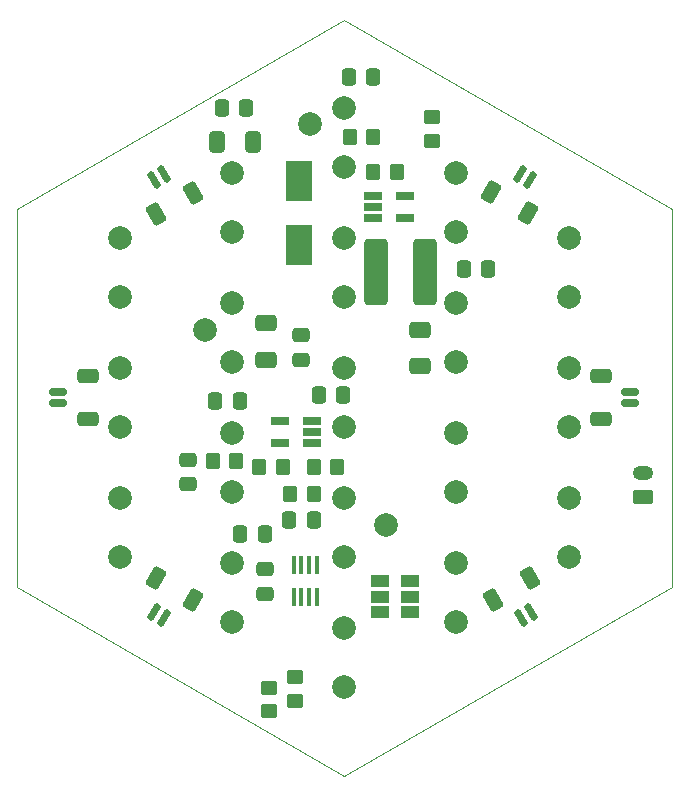
<source format=gbr>
%TF.GenerationSoftware,KiCad,Pcbnew,(6.0.4-0)*%
%TF.CreationDate,2022-05-17T22:44:27+02:00*%
%TF.ProjectId,speaker,73706561-6b65-4722-9e6b-696361645f70,rev?*%
%TF.SameCoordinates,Original*%
%TF.FileFunction,Soldermask,Bot*%
%TF.FilePolarity,Negative*%
%FSLAX46Y46*%
G04 Gerber Fmt 4.6, Leading zero omitted, Abs format (unit mm)*
G04 Created by KiCad (PCBNEW (6.0.4-0)) date 2022-05-17 22:44:27*
%MOMM*%
%LPD*%
G01*
G04 APERTURE LIST*
G04 Aperture macros list*
%AMRoundRect*
0 Rectangle with rounded corners*
0 $1 Rounding radius*
0 $2 $3 $4 $5 $6 $7 $8 $9 X,Y pos of 4 corners*
0 Add a 4 corners polygon primitive as box body*
4,1,4,$2,$3,$4,$5,$6,$7,$8,$9,$2,$3,0*
0 Add four circle primitives for the rounded corners*
1,1,$1+$1,$2,$3*
1,1,$1+$1,$4,$5*
1,1,$1+$1,$6,$7*
1,1,$1+$1,$8,$9*
0 Add four rect primitives between the rounded corners*
20,1,$1+$1,$2,$3,$4,$5,0*
20,1,$1+$1,$4,$5,$6,$7,0*
20,1,$1+$1,$6,$7,$8,$9,0*
20,1,$1+$1,$8,$9,$2,$3,0*%
G04 Aperture macros list end*
%TA.AperFunction,Profile*%
%ADD10C,0.088304*%
%TD*%
%ADD11C,2.000000*%
%ADD12RoundRect,0.150000X-0.442404X-0.466266X-0.182596X-0.616266X0.442404X0.466266X0.182596X0.616266X0*%
%ADD13RoundRect,0.250000X-0.628109X-0.387917X-0.021891X-0.737917X0.628109X0.387917X0.021891X0.737917X0*%
%ADD14RoundRect,0.250000X0.412500X0.650000X-0.412500X0.650000X-0.412500X-0.650000X0.412500X-0.650000X0*%
%ADD15RoundRect,0.250000X-0.350000X-0.450000X0.350000X-0.450000X0.350000X0.450000X-0.350000X0.450000X0*%
%ADD16R,1.500000X1.000000*%
%ADD17R,0.400000X1.560000*%
%ADD18RoundRect,0.250000X0.350000X0.450000X-0.350000X0.450000X-0.350000X-0.450000X0.350000X-0.450000X0*%
%ADD19RoundRect,0.250000X0.337500X0.475000X-0.337500X0.475000X-0.337500X-0.475000X0.337500X-0.475000X0*%
%ADD20RoundRect,0.150000X-0.182596X0.616266X-0.442404X0.466266X0.182596X-0.616266X0.442404X-0.466266X0*%
%ADD21RoundRect,0.250000X-0.021891X0.737917X-0.628109X0.387917X0.021891X-0.737917X0.628109X-0.387917X0*%
%ADD22R,1.560000X0.650000*%
%ADD23RoundRect,0.250000X0.475000X-0.337500X0.475000X0.337500X-0.475000X0.337500X-0.475000X-0.337500X0*%
%ADD24RoundRect,0.150000X0.182596X-0.616266X0.442404X-0.466266X-0.182596X0.616266X-0.442404X0.466266X0*%
%ADD25RoundRect,0.250000X0.021891X-0.737917X0.628109X-0.387917X-0.021891X0.737917X-0.628109X0.387917X0*%
%ADD26RoundRect,0.250000X0.650000X-0.412500X0.650000X0.412500X-0.650000X0.412500X-0.650000X-0.412500X0*%
%ADD27RoundRect,0.250000X-0.650000X0.412500X-0.650000X-0.412500X0.650000X-0.412500X0.650000X0.412500X0*%
%ADD28RoundRect,0.250000X-0.450000X0.350000X-0.450000X-0.350000X0.450000X-0.350000X0.450000X0.350000X0*%
%ADD29RoundRect,0.150000X0.442404X0.466266X0.182596X0.616266X-0.442404X-0.466266X-0.182596X-0.616266X0*%
%ADD30RoundRect,0.250000X0.628109X0.387917X0.021891X0.737917X-0.628109X-0.387917X-0.021891X-0.737917X0*%
%ADD31RoundRect,0.250000X0.625000X-0.350000X0.625000X0.350000X-0.625000X0.350000X-0.625000X-0.350000X0*%
%ADD32O,1.750000X1.200000*%
%ADD33RoundRect,0.250000X-0.337500X-0.475000X0.337500X-0.475000X0.337500X0.475000X-0.337500X0.475000X0*%
%ADD34RoundRect,0.300000X-0.700000X2.500000X-0.700000X-2.500000X0.700000X-2.500000X0.700000X2.500000X0*%
%ADD35R,2.300000X3.500000*%
%ADD36RoundRect,0.250000X0.450000X-0.350000X0.450000X0.350000X-0.450000X0.350000X-0.450000X-0.350000X0*%
%ADD37RoundRect,0.250000X-0.475000X0.337500X-0.475000X-0.337500X0.475000X-0.337500X0.475000X0.337500X0*%
%ADD38RoundRect,0.150000X0.625000X-0.150000X0.625000X0.150000X-0.625000X0.150000X-0.625000X-0.150000X0*%
%ADD39RoundRect,0.250000X0.650000X-0.350000X0.650000X0.350000X-0.650000X0.350000X-0.650000X-0.350000X0*%
%ADD40RoundRect,0.150000X-0.625000X0.150000X-0.625000X-0.150000X0.625000X-0.150000X0.625000X0.150000X0*%
%ADD41RoundRect,0.250000X-0.650000X0.350000X-0.650000X-0.350000X0.650000X-0.350000X0.650000X0.350000X0*%
G04 APERTURE END LIST*
D10*
X57987239Y-73149866D02*
X85700040Y-89150019D01*
X85700040Y-25149982D02*
X57987239Y-41149998D01*
X85700040Y-25149982D02*
X85700040Y-25149982D01*
X57987239Y-73149866D02*
X57987239Y-73149866D01*
X85700040Y-89150019D02*
X113412761Y-73149866D01*
X57987239Y-41149998D02*
X57987239Y-41149998D01*
X113412761Y-41149998D02*
X85700040Y-25149982D01*
X113412761Y-41149998D02*
X113412761Y-41149998D01*
X57987239Y-41149998D02*
X57987239Y-73149866D01*
X113412761Y-73149866D02*
X113412761Y-41149998D01*
X113412761Y-73149866D02*
X113412761Y-73149866D01*
D11*
%TO.C,M15*%
X95200000Y-60150000D03*
X95200000Y-65150000D03*
%TD*%
%TO.C,M6*%
X95200000Y-71150000D03*
X95200000Y-76150000D03*
%TD*%
%TO.C,M7*%
X85700000Y-76650000D03*
X85700000Y-81650000D03*
%TD*%
%TO.C,M11*%
X66700000Y-43650000D03*
X66700000Y-48650000D03*
%TD*%
%TO.C,M12*%
X76200000Y-38150000D03*
X76200000Y-43150000D03*
%TD*%
%TO.C,M9*%
X66700000Y-65650000D03*
X66700000Y-70650000D03*
%TD*%
%TO.C,M19*%
X85700000Y-54650000D03*
X85700000Y-59650000D03*
%TD*%
%TO.C,M5*%
X104700000Y-65650000D03*
X104700000Y-70650000D03*
%TD*%
%TO.C,M1*%
X85700000Y-32650000D03*
X85700000Y-37650000D03*
%TD*%
%TO.C,M14*%
X95200000Y-49150000D03*
X95200000Y-54150000D03*
%TD*%
%TO.C,M8*%
X76200000Y-71150000D03*
X76200000Y-76150000D03*
%TD*%
%TO.C,M16*%
X85700000Y-65650000D03*
X85700000Y-70650000D03*
%TD*%
%TO.C,M13*%
X85700000Y-43650000D03*
X85700000Y-48650000D03*
%TD*%
%TO.C,M4*%
X104700000Y-54650000D03*
X104700000Y-59650000D03*
%TD*%
%TO.C,M3*%
X104700000Y-43650000D03*
X104700000Y-48650000D03*
%TD*%
%TO.C,M2*%
X95200000Y-38150000D03*
X95200000Y-43150000D03*
%TD*%
%TO.C,M10*%
X66700000Y-54650000D03*
X66700000Y-59650000D03*
%TD*%
%TO.C,M17*%
X76200000Y-60150000D03*
X76200000Y-65150000D03*
%TD*%
%TO.C,M18*%
X76200000Y-49150000D03*
X76200000Y-54150000D03*
%TD*%
D12*
%TO.C,J5*%
X100554487Y-38202516D03*
X101420513Y-38702516D03*
D13*
X98166154Y-39739230D03*
X101283846Y-41539230D03*
%TD*%
D14*
%TO.C,C2*%
X78012500Y-35550000D03*
X74887500Y-35550000D03*
%TD*%
D11*
%TO.C,TP1*%
X82800000Y-33950000D03*
%TD*%
D15*
%TO.C,R2*%
X88150000Y-38050000D03*
X90150000Y-38050000D03*
%TD*%
D11*
%TO.C,TP2*%
X73950000Y-51400000D03*
%TD*%
D16*
%TO.C,JP3*%
X88750000Y-75300000D03*
X88750000Y-74000000D03*
X88750000Y-72700000D03*
%TD*%
D17*
%TO.C,U1*%
X83390000Y-74000000D03*
X82740000Y-74000000D03*
X82080000Y-74000000D03*
X81430000Y-74000000D03*
X81430000Y-71300000D03*
X82080000Y-71300000D03*
X82740000Y-71300000D03*
X83390000Y-71300000D03*
%TD*%
D18*
%TO.C,R4*%
X76550000Y-62550000D03*
X74550000Y-62550000D03*
%TD*%
D19*
%TO.C,C12*%
X76837500Y-57450000D03*
X74762500Y-57450000D03*
%TD*%
%TO.C,C3*%
X78987500Y-68700000D03*
X76912500Y-68700000D03*
%TD*%
D20*
%TO.C,J6*%
X101545513Y-75297484D03*
X100679487Y-75797484D03*
D21*
X101408846Y-72460770D03*
X98291154Y-74260770D03*
%TD*%
D22*
%TO.C,OP1*%
X83000000Y-59100000D03*
X83000000Y-60050000D03*
X83000000Y-61000000D03*
X80300000Y-61000000D03*
X80300000Y-59100000D03*
%TD*%
D23*
%TO.C,C6*%
X82000000Y-53957500D03*
X82000000Y-51882500D03*
%TD*%
D15*
%TO.C,R8*%
X81100000Y-65300000D03*
X83100000Y-65300000D03*
%TD*%
D23*
%TO.C,C9*%
X72500000Y-64487500D03*
X72500000Y-62412500D03*
%TD*%
D24*
%TO.C,J2*%
X69604487Y-38752516D03*
X70470513Y-38252516D03*
D25*
X72858846Y-39789230D03*
X69741154Y-41589230D03*
%TD*%
D16*
%TO.C,JP2*%
X91250000Y-75300000D03*
X91250000Y-74000000D03*
X91250000Y-72700000D03*
%TD*%
D18*
%TO.C,R3*%
X80500000Y-63050000D03*
X78500000Y-63050000D03*
%TD*%
D26*
%TO.C,C5*%
X79050000Y-53962500D03*
X79050000Y-50837500D03*
%TD*%
D27*
%TO.C,C1*%
X92150000Y-51387500D03*
X92150000Y-54512500D03*
%TD*%
D28*
%TO.C,R7*%
X93100000Y-33400000D03*
X93100000Y-35400000D03*
%TD*%
D11*
%TO.C,TP3*%
X89200000Y-67950000D03*
%TD*%
D29*
%TO.C,J1*%
X70470513Y-75797484D03*
X69604487Y-75297484D03*
D30*
X72858846Y-74260770D03*
X69741154Y-72460770D03*
%TD*%
D15*
%TO.C,R9*%
X83100000Y-63050000D03*
X85100000Y-63050000D03*
%TD*%
%TO.C,R1*%
X86150000Y-35050000D03*
X88150000Y-35050000D03*
%TD*%
D22*
%TO.C,U2*%
X88150000Y-41950000D03*
X88150000Y-41000000D03*
X88150000Y-40050000D03*
X90850000Y-40050000D03*
X90850000Y-41950000D03*
%TD*%
D31*
%TO.C,J7*%
X111000000Y-65550000D03*
D32*
X111000000Y-63550000D03*
%TD*%
D33*
%TO.C,C10*%
X83562500Y-56950000D03*
X85637500Y-56950000D03*
%TD*%
D34*
%TO.C,L1*%
X88350000Y-46550000D03*
X92500000Y-46550000D03*
%TD*%
D35*
%TO.C,D1*%
X81900000Y-38850000D03*
X81900000Y-44250000D03*
%TD*%
D33*
%TO.C,C7*%
X86062500Y-30000000D03*
X88137500Y-30000000D03*
%TD*%
D36*
%TO.C,R5*%
X81550000Y-82800000D03*
X81550000Y-80800000D03*
%TD*%
D33*
%TO.C,C8*%
X81062500Y-67550000D03*
X83137500Y-67550000D03*
%TD*%
%TO.C,C11*%
X95812500Y-46250000D03*
X97887500Y-46250000D03*
%TD*%
D37*
%TO.C,C4*%
X79000000Y-71662500D03*
X79000000Y-73737500D03*
%TD*%
D38*
%TO.C,J3*%
X61475000Y-57650000D03*
X61475000Y-56650000D03*
D39*
X64000000Y-58950000D03*
X64000000Y-55350000D03*
%TD*%
D19*
%TO.C,C13*%
X77387500Y-32600000D03*
X75312500Y-32600000D03*
%TD*%
D36*
%TO.C,R6*%
X79300000Y-83700000D03*
X79300000Y-81700000D03*
%TD*%
D40*
%TO.C,J4*%
X109925000Y-56650000D03*
X109925000Y-57650000D03*
D41*
X107400000Y-58950000D03*
X107400000Y-55350000D03*
%TD*%
M02*

</source>
